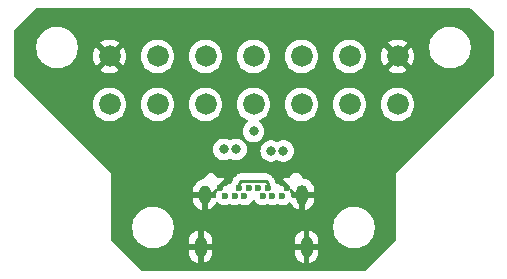
<source format=gbr>
%TF.GenerationSoftware,KiCad,Pcbnew,8.0.1*%
%TF.CreationDate,2024-03-22T11:25:03-04:00*%
%TF.ProjectId,commapogo_male,636f6d6d-6170-46f6-976f-5f6d616c652e,rev?*%
%TF.SameCoordinates,Original*%
%TF.FileFunction,Copper,L4,Bot*%
%TF.FilePolarity,Positive*%
%FSLAX46Y46*%
G04 Gerber Fmt 4.6, Leading zero omitted, Abs format (unit mm)*
G04 Created by KiCad (PCBNEW 8.0.1) date 2024-03-22 11:25:03*
%MOMM*%
%LPD*%
G01*
G04 APERTURE LIST*
%TA.AperFunction,ComponentPad*%
%ADD10O,1.000000X1.600000*%
%TD*%
%TA.AperFunction,ComponentPad*%
%ADD11O,1.000000X1.800000*%
%TD*%
%TA.AperFunction,ComponentPad*%
%ADD12O,1.000000X1.700000*%
%TD*%
%TA.AperFunction,ComponentPad*%
%ADD13C,0.600000*%
%TD*%
%TA.AperFunction,ComponentPad*%
%ADD14C,1.828800*%
%TD*%
%TA.AperFunction,ViaPad*%
%ADD15C,0.800000*%
%TD*%
%TA.AperFunction,Conductor*%
%ADD16C,0.250000*%
%TD*%
G04 APERTURE END LIST*
D10*
%TO.P,J2,1*%
%TO.N,GND*%
X-4125000Y-5620000D03*
D11*
%TO.P,J2,2*%
X-4485000Y-10010000D03*
%TO.P,J2,3*%
X4485000Y-10010000D03*
D12*
%TO.P,J2,4*%
X4125000Y-5620000D03*
D13*
%TO.P,J2,B1,B1*%
X2800000Y-5020000D03*
%TO.P,J2,B2,Pin_2b*%
%TO.N,/CAN2_P*%
X2400000Y-5720000D03*
%TO.P,J2,B3,Pin_3b*%
%TO.N,/CAN2_N*%
X1600000Y-5720000D03*
%TO.P,J2,B4,Pin_4b*%
%TO.N,+12V*%
X1200000Y-5020000D03*
%TO.P,J2,B5,Pin_5b*%
%TO.N,unconnected-(J2-Pin_5b-PadB5)*%
X800000Y-5720000D03*
%TO.P,J2,B6,Pin_6b*%
%TO.N,unconnected-(J2-Pin_6b-PadB6)*%
X400000Y-5020000D03*
%TO.P,J2,B7,Pin_7b*%
%TO.N,unconnected-(J2-Pin_7b-PadB7)*%
X-400000Y-5020000D03*
%TO.P,J2,B8,Pin_8b*%
%TO.N,/SBU2*%
X-800000Y-5720000D03*
%TO.P,J2,B9,Pin_9b*%
%TO.N,+12V*%
X-1200000Y-5020000D03*
%TO.P,J2,B10,Pin_10b*%
%TO.N,/CAN3_N*%
X-1600000Y-5720000D03*
%TO.P,J2,B11,Pin_11b*%
%TO.N,/CAN3_P*%
X-2400000Y-5720000D03*
%TO.P,J2,B12,Pin_12b*%
%TO.N,GND*%
X-2800000Y-5020000D03*
%TD*%
D14*
%TO.P,J1,1,Pin_1a*%
%TO.N,GND*%
X-12192000Y6096000D03*
%TO.P,J1,2,Pin_2a*%
%TO.N,/CAN0_P*%
X-8128000Y6096000D03*
%TO.P,J1,3,Pin_3a*%
%TO.N,/CAN0_N*%
X-4064000Y6096000D03*
%TO.P,J1,4,Pin_4a*%
%TO.N,/SBU1*%
X0Y6096000D03*
%TO.P,J1,5,Pin_5a*%
%TO.N,/CAN1_N*%
X4064000Y6096000D03*
%TO.P,J1,6,Pin_6a*%
%TO.N,/CAN1_P*%
X8128000Y6096000D03*
%TO.P,J1,7,Pin_7a*%
%TO.N,GND*%
X12192000Y6096000D03*
%TO.P,J1,8,Pin_1b*%
%TO.N,+12V*%
X-12192000Y2032000D03*
%TO.P,J1,9,Pin_2b*%
%TO.N,/CAN3_P*%
X-8128000Y2032000D03*
%TO.P,J1,10,Pin_3b*%
%TO.N,/CAN3_N*%
X-4064000Y2032000D03*
%TO.P,J1,11,Pin_4b*%
%TO.N,/SBU2*%
X0Y2032000D03*
%TO.P,J1,12,Pin_5b*%
%TO.N,/CAN2_N*%
X4064000Y2032000D03*
%TO.P,J1,13,Pin_6b*%
%TO.N,/CAN2_P*%
X8128000Y2032000D03*
%TO.P,J1,14,Pin_7b*%
%TO.N,+12V*%
X12192000Y2032000D03*
%TD*%
D15*
%TO.N,/CAN1_P*%
X2525000Y-1905000D03*
%TO.N,/SBU1*%
X0Y-254000D03*
%TO.N,/CAN1_N*%
X1475000Y-1905000D03*
%TO.N,/CAN0_P*%
X-2525000Y-1778000D03*
%TO.N,/CAN0_N*%
X-1475000Y-1778000D03*
%TD*%
D16*
%TO.N,+12V*%
X-1200000Y-4595736D02*
X-1034264Y-4430000D01*
X-1200000Y-5020000D02*
X-1200000Y-4595736D01*
X1200000Y-4595736D02*
X1200000Y-5020000D01*
X-1034264Y-4430000D02*
X1034264Y-4430000D01*
X1034264Y-4430000D02*
X1200000Y-4595736D01*
%TD*%
%TA.AperFunction,Conductor*%
%TO.N,GND*%
G36*
X-3133494Y-5102452D02*
G01*
X-3077560Y-5144323D01*
X-3053143Y-5209788D01*
X-3067995Y-5278061D01*
X-3071833Y-5284605D01*
X-3125788Y-5370474D01*
X-3185369Y-5540745D01*
X-3185370Y-5540750D01*
X-3205565Y-5719996D01*
X-3205565Y-5720001D01*
X-3204200Y-5732115D01*
X-3216254Y-5800937D01*
X-3263603Y-5852317D01*
X-3327420Y-5870000D01*
X-3875000Y-5870000D01*
X-3875000Y-5370000D01*
X-3503554Y-5370000D01*
X-3503554Y-5369999D01*
X-3264508Y-5130953D01*
X-3203185Y-5097468D01*
X-3133494Y-5102452D01*
G37*
%TD.AperFunction*%
%TA.AperFunction,Conductor*%
G36*
X3258980Y-5125754D02*
G01*
X3264507Y-5130953D01*
X3503554Y-5370000D01*
X3875000Y-5370000D01*
X3875000Y-5870000D01*
X3327420Y-5870000D01*
X3260381Y-5850315D01*
X3214626Y-5797511D01*
X3204200Y-5732115D01*
X3205565Y-5720001D01*
X3205565Y-5719996D01*
X3185369Y-5540750D01*
X3185368Y-5540745D01*
X3125788Y-5370476D01*
X3071832Y-5284606D01*
X3052832Y-5217370D01*
X3073200Y-5150534D01*
X3126467Y-5105320D01*
X3195724Y-5096082D01*
X3258980Y-5125754D01*
G37*
%TD.AperFunction*%
%TA.AperFunction,Conductor*%
G36*
X18430677Y10140315D02*
G01*
X18451319Y10123681D01*
X20283681Y8291319D01*
X20317166Y8229996D01*
X20320000Y8203638D01*
X20320000Y4496362D01*
X20300315Y4429323D01*
X20283681Y4408681D01*
X12065000Y-3809999D01*
X12065000Y-9473638D01*
X12045315Y-9540677D01*
X12028681Y-9561319D01*
X9561319Y-12028681D01*
X9499996Y-12062166D01*
X9473638Y-12065000D01*
X0Y-12065000D01*
X-9473638Y-12065000D01*
X-9540677Y-12045315D01*
X-9561319Y-12028681D01*
X-11081505Y-10508495D01*
X-5485000Y-10508495D01*
X-5446573Y-10701681D01*
X-5446570Y-10701693D01*
X-5371193Y-10883671D01*
X-5371186Y-10883684D01*
X-5261752Y-11047462D01*
X-5261749Y-11047466D01*
X-5122467Y-11186748D01*
X-5122463Y-11186751D01*
X-4958685Y-11296185D01*
X-4958672Y-11296192D01*
X-4776692Y-11371569D01*
X-4735000Y-11379862D01*
X-4735000Y-10359728D01*
X-4696940Y-10451614D01*
X-4626614Y-10521940D01*
X-4534728Y-10560000D01*
X-4435272Y-10560000D01*
X-4343386Y-10521940D01*
X-4273060Y-10451614D01*
X-4235000Y-10359728D01*
X-4235000Y-11379862D01*
X-4193310Y-11371569D01*
X-4193308Y-11371569D01*
X-4011329Y-11296192D01*
X-4011316Y-11296185D01*
X-3847538Y-11186751D01*
X-3847534Y-11186748D01*
X-3708252Y-11047466D01*
X-3708249Y-11047462D01*
X-3598815Y-10883684D01*
X-3598808Y-10883671D01*
X-3523431Y-10701693D01*
X-3523428Y-10701681D01*
X-3485001Y-10508495D01*
X3485000Y-10508495D01*
X3523427Y-10701681D01*
X3523430Y-10701693D01*
X3598807Y-10883671D01*
X3598814Y-10883684D01*
X3708248Y-11047462D01*
X3708251Y-11047466D01*
X3847533Y-11186748D01*
X3847537Y-11186751D01*
X4011315Y-11296185D01*
X4011328Y-11296192D01*
X4193308Y-11371569D01*
X4235000Y-11379862D01*
X4235000Y-10359728D01*
X4273060Y-10451614D01*
X4343386Y-10521940D01*
X4435272Y-10560000D01*
X4534728Y-10560000D01*
X4626614Y-10521940D01*
X4696940Y-10451614D01*
X4735000Y-10359728D01*
X4735000Y-11379862D01*
X4776690Y-11371569D01*
X4776692Y-11371569D01*
X4958671Y-11296192D01*
X4958684Y-11296185D01*
X5122462Y-11186751D01*
X5122466Y-11186748D01*
X5261748Y-11047466D01*
X5261751Y-11047462D01*
X5371185Y-10883684D01*
X5371192Y-10883671D01*
X5446569Y-10701693D01*
X5446572Y-10701681D01*
X5484999Y-10508495D01*
X5485000Y-10508492D01*
X5485000Y-10260000D01*
X4735000Y-10260000D01*
X4735000Y-9760000D01*
X5485000Y-9760000D01*
X5485000Y-9511508D01*
X5484999Y-9511504D01*
X5446572Y-9318318D01*
X5446569Y-9318306D01*
X5371192Y-9136328D01*
X5371185Y-9136315D01*
X5261751Y-8972537D01*
X5261748Y-8972533D01*
X5122466Y-8833251D01*
X5122462Y-8833248D01*
X4958684Y-8723814D01*
X4958671Y-8723807D01*
X4776691Y-8648429D01*
X4776683Y-8648427D01*
X4735000Y-8640135D01*
X4735000Y-9660272D01*
X4696940Y-9568386D01*
X4626614Y-9498060D01*
X4534728Y-9460000D01*
X4435272Y-9460000D01*
X4343386Y-9498060D01*
X4273060Y-9568386D01*
X4235000Y-9660272D01*
X4235000Y-8640136D01*
X4234999Y-8640135D01*
X4193316Y-8648427D01*
X4193308Y-8648429D01*
X4011328Y-8723807D01*
X4011315Y-8723814D01*
X3847537Y-8833248D01*
X3847533Y-8833251D01*
X3708251Y-8972533D01*
X3708248Y-8972537D01*
X3598814Y-9136315D01*
X3598807Y-9136328D01*
X3523430Y-9318306D01*
X3523427Y-9318318D01*
X3485000Y-9511504D01*
X3485000Y-9760000D01*
X4235000Y-9760000D01*
X4235000Y-10260000D01*
X3485000Y-10260000D01*
X3485000Y-10508495D01*
X-3485001Y-10508495D01*
X-3485000Y-10508492D01*
X-3485000Y-10260000D01*
X-4235000Y-10260000D01*
X-4235000Y-9760000D01*
X-3485000Y-9760000D01*
X-3485000Y-9511508D01*
X-3485001Y-9511504D01*
X-3523428Y-9318318D01*
X-3523431Y-9318306D01*
X-3598808Y-9136328D01*
X-3598815Y-9136315D01*
X-3708249Y-8972537D01*
X-3708252Y-8972533D01*
X-3847534Y-8833251D01*
X-3847538Y-8833248D01*
X-4011316Y-8723814D01*
X-4011329Y-8723807D01*
X-4193309Y-8648429D01*
X-4193317Y-8648427D01*
X-4235000Y-8640135D01*
X-4235000Y-9660272D01*
X-4273060Y-9568386D01*
X-4343386Y-9498060D01*
X-4435272Y-9460000D01*
X-4534728Y-9460000D01*
X-4626614Y-9498060D01*
X-4696940Y-9568386D01*
X-4735000Y-9660272D01*
X-4735000Y-8640136D01*
X-4735001Y-8640135D01*
X-4776684Y-8648427D01*
X-4776692Y-8648429D01*
X-4958672Y-8723807D01*
X-4958685Y-8723814D01*
X-5122463Y-8833248D01*
X-5122467Y-8833251D01*
X-5261749Y-8972533D01*
X-5261752Y-8972537D01*
X-5371186Y-9136315D01*
X-5371193Y-9136328D01*
X-5446570Y-9318306D01*
X-5446573Y-9318318D01*
X-5485000Y-9511504D01*
X-5485000Y-9760000D01*
X-4735000Y-9760000D01*
X-4735000Y-10260000D01*
X-5485000Y-10260000D01*
X-5485000Y-10508495D01*
X-11081505Y-10508495D01*
X-12028681Y-9561319D01*
X-12062166Y-9499996D01*
X-12065000Y-9473638D01*
X-12065000Y-8496741D01*
X-10259500Y-8496741D01*
X-10239529Y-8648427D01*
X-10229548Y-8724238D01*
X-10229547Y-8724240D01*
X-10170158Y-8945887D01*
X-10082350Y-9157876D01*
X-10082343Y-9157890D01*
X-9967608Y-9356617D01*
X-9827919Y-9538661D01*
X-9827911Y-9538670D01*
X-9665670Y-9700911D01*
X-9665662Y-9700918D01*
X-9483618Y-9840607D01*
X-9483615Y-9840608D01*
X-9483612Y-9840611D01*
X-9284888Y-9955344D01*
X-9284883Y-9955346D01*
X-9284877Y-9955349D01*
X-9193520Y-9993190D01*
X-9072887Y-10043158D01*
X-8851238Y-10102548D01*
X-8623734Y-10132500D01*
X-8623727Y-10132500D01*
X-8394273Y-10132500D01*
X-8394266Y-10132500D01*
X-8166762Y-10102548D01*
X-7945113Y-10043158D01*
X-7733112Y-9955344D01*
X-7534388Y-9840611D01*
X-7352339Y-9700919D01*
X-7352335Y-9700914D01*
X-7352330Y-9700911D01*
X-7190089Y-9538670D01*
X-7190086Y-9538665D01*
X-7190081Y-9538661D01*
X-7050389Y-9356612D01*
X-6935656Y-9157888D01*
X-6847842Y-8945887D01*
X-6788452Y-8724238D01*
X-6758501Y-8496741D01*
X6758500Y-8496741D01*
X6778471Y-8648427D01*
X6788452Y-8724238D01*
X6788453Y-8724240D01*
X6847842Y-8945887D01*
X6935650Y-9157876D01*
X6935657Y-9157890D01*
X7050392Y-9356617D01*
X7190081Y-9538661D01*
X7190089Y-9538670D01*
X7352330Y-9700911D01*
X7352338Y-9700918D01*
X7534382Y-9840607D01*
X7534385Y-9840608D01*
X7534388Y-9840611D01*
X7733112Y-9955344D01*
X7733117Y-9955346D01*
X7733123Y-9955349D01*
X7824480Y-9993190D01*
X7945113Y-10043158D01*
X8166762Y-10102548D01*
X8394266Y-10132500D01*
X8394273Y-10132500D01*
X8623727Y-10132500D01*
X8623734Y-10132500D01*
X8851238Y-10102548D01*
X9072887Y-10043158D01*
X9284888Y-9955344D01*
X9483612Y-9840611D01*
X9665661Y-9700919D01*
X9665665Y-9700914D01*
X9665670Y-9700911D01*
X9827911Y-9538670D01*
X9827914Y-9538665D01*
X9827919Y-9538661D01*
X9967611Y-9356612D01*
X10082344Y-9157888D01*
X10170158Y-8945887D01*
X10229548Y-8724238D01*
X10259500Y-8496734D01*
X10259500Y-8267266D01*
X10229548Y-8039762D01*
X10170158Y-7818113D01*
X10082344Y-7606112D01*
X9967611Y-7407388D01*
X9967608Y-7407385D01*
X9967607Y-7407382D01*
X9827918Y-7225338D01*
X9827911Y-7225330D01*
X9665670Y-7063089D01*
X9665661Y-7063081D01*
X9483617Y-6923392D01*
X9284890Y-6808657D01*
X9284876Y-6808650D01*
X9072887Y-6720842D01*
X8851238Y-6661452D01*
X8813215Y-6656446D01*
X8623741Y-6631500D01*
X8623734Y-6631500D01*
X8394266Y-6631500D01*
X8394258Y-6631500D01*
X8177715Y-6660009D01*
X8166762Y-6661452D01*
X8073076Y-6686554D01*
X7945112Y-6720842D01*
X7733123Y-6808650D01*
X7733109Y-6808657D01*
X7534382Y-6923392D01*
X7352338Y-7063081D01*
X7190081Y-7225338D01*
X7050392Y-7407382D01*
X6935657Y-7606109D01*
X6935650Y-7606123D01*
X6847842Y-7818112D01*
X6788453Y-8039759D01*
X6788451Y-8039770D01*
X6758500Y-8267258D01*
X6758500Y-8496741D01*
X-6758501Y-8496741D01*
X-6758500Y-8496734D01*
X-6758500Y-8267266D01*
X-6788452Y-8039762D01*
X-6847842Y-7818113D01*
X-6935656Y-7606112D01*
X-7050389Y-7407388D01*
X-7050392Y-7407385D01*
X-7050393Y-7407382D01*
X-7190082Y-7225338D01*
X-7190089Y-7225330D01*
X-7352330Y-7063089D01*
X-7352339Y-7063081D01*
X-7534383Y-6923392D01*
X-7733110Y-6808657D01*
X-7733124Y-6808650D01*
X-7945113Y-6720842D01*
X-8166762Y-6661452D01*
X-8204785Y-6656446D01*
X-8394259Y-6631500D01*
X-8394266Y-6631500D01*
X-8623734Y-6631500D01*
X-8623742Y-6631500D01*
X-8840285Y-6660009D01*
X-8851238Y-6661452D01*
X-8944924Y-6686554D01*
X-9072888Y-6720842D01*
X-9284877Y-6808650D01*
X-9284891Y-6808657D01*
X-9483618Y-6923392D01*
X-9665662Y-7063081D01*
X-9827919Y-7225338D01*
X-9967608Y-7407382D01*
X-10082343Y-7606109D01*
X-10082350Y-7606123D01*
X-10170158Y-7818112D01*
X-10229547Y-8039759D01*
X-10229549Y-8039770D01*
X-10259500Y-8267258D01*
X-10259500Y-8496741D01*
X-12065000Y-8496741D01*
X-12065000Y-6018495D01*
X-5125000Y-6018495D01*
X-5086573Y-6211681D01*
X-5086570Y-6211693D01*
X-5011193Y-6393671D01*
X-5011186Y-6393684D01*
X-4901752Y-6557462D01*
X-4901749Y-6557466D01*
X-4762467Y-6696748D01*
X-4762463Y-6696751D01*
X-4598685Y-6806185D01*
X-4598672Y-6806192D01*
X-4416692Y-6881569D01*
X-4375000Y-6889862D01*
X-4375000Y-5969728D01*
X-4336940Y-6061614D01*
X-4266614Y-6131940D01*
X-4174728Y-6170000D01*
X-4075272Y-6170000D01*
X-3983386Y-6131940D01*
X-3913060Y-6061614D01*
X-3875000Y-5969728D01*
X-3875000Y-6889862D01*
X-3833310Y-6881569D01*
X-3833308Y-6881569D01*
X-3651329Y-6806192D01*
X-3651316Y-6806185D01*
X-3487538Y-6696751D01*
X-3487534Y-6696748D01*
X-3348252Y-6557466D01*
X-3348249Y-6557462D01*
X-3238815Y-6393684D01*
X-3238811Y-6393677D01*
X-3198411Y-6296140D01*
X-3154570Y-6241736D01*
X-3088276Y-6219670D01*
X-3020577Y-6236948D01*
X-2996168Y-6255910D01*
X-2902262Y-6349816D01*
X-2811920Y-6406582D01*
X-2751746Y-6444392D01*
X-2749522Y-6445789D01*
X-2579261Y-6505366D01*
X-2579255Y-6505368D01*
X-2579250Y-6505369D01*
X-2400004Y-6525565D01*
X-2400000Y-6525565D01*
X-2399996Y-6525565D01*
X-2220751Y-6505369D01*
X-2220749Y-6505368D01*
X-2220745Y-6505368D01*
X-2220742Y-6505366D01*
X-2220738Y-6505366D01*
X-2043905Y-6443489D01*
X-2043154Y-6445637D01*
X-1984872Y-6436035D01*
X-1956412Y-6444392D01*
X-1956095Y-6443489D01*
X-1779263Y-6505366D01*
X-1779257Y-6505367D01*
X-1779255Y-6505368D01*
X-1779254Y-6505368D01*
X-1779250Y-6505369D01*
X-1600004Y-6525565D01*
X-1600000Y-6525565D01*
X-1599996Y-6525565D01*
X-1420751Y-6505369D01*
X-1420749Y-6505368D01*
X-1420745Y-6505368D01*
X-1420742Y-6505366D01*
X-1420738Y-6505366D01*
X-1243905Y-6443489D01*
X-1243154Y-6445637D01*
X-1184872Y-6436035D01*
X-1156412Y-6444392D01*
X-1156095Y-6443489D01*
X-979263Y-6505366D01*
X-979257Y-6505367D01*
X-979255Y-6505368D01*
X-979254Y-6505368D01*
X-979250Y-6505369D01*
X-800004Y-6525565D01*
X-800000Y-6525565D01*
X-799996Y-6525565D01*
X-620751Y-6505369D01*
X-620748Y-6505368D01*
X-620745Y-6505368D01*
X-450478Y-6445789D01*
X-297738Y-6349816D01*
X-170184Y-6222262D01*
X-104993Y-6118510D01*
X-52659Y-6072221D01*
X16394Y-6061573D01*
X80243Y-6089948D01*
X104992Y-6118509D01*
X170184Y-6222262D01*
X297738Y-6349816D01*
X388080Y-6406582D01*
X448254Y-6444392D01*
X450478Y-6445789D01*
X620739Y-6505366D01*
X620745Y-6505368D01*
X620750Y-6505369D01*
X799996Y-6525565D01*
X800000Y-6525565D01*
X800004Y-6525565D01*
X979249Y-6505369D01*
X979251Y-6505368D01*
X979255Y-6505368D01*
X979258Y-6505366D01*
X979262Y-6505366D01*
X1156095Y-6443489D01*
X1156846Y-6445637D01*
X1215128Y-6436035D01*
X1243588Y-6444392D01*
X1243905Y-6443489D01*
X1420737Y-6505366D01*
X1420743Y-6505367D01*
X1420745Y-6505368D01*
X1420746Y-6505368D01*
X1420750Y-6505369D01*
X1599996Y-6525565D01*
X1600000Y-6525565D01*
X1600004Y-6525565D01*
X1779249Y-6505369D01*
X1779251Y-6505368D01*
X1779255Y-6505368D01*
X1779258Y-6505366D01*
X1779262Y-6505366D01*
X1956095Y-6443489D01*
X1956846Y-6445637D01*
X2015128Y-6436035D01*
X2043588Y-6444392D01*
X2043905Y-6443489D01*
X2220737Y-6505366D01*
X2220743Y-6505367D01*
X2220745Y-6505368D01*
X2220746Y-6505368D01*
X2220750Y-6505369D01*
X2399996Y-6525565D01*
X2400000Y-6525565D01*
X2400004Y-6525565D01*
X2579249Y-6505369D01*
X2579252Y-6505368D01*
X2579255Y-6505368D01*
X2749522Y-6445789D01*
X2902262Y-6349816D01*
X2981525Y-6270552D01*
X3042844Y-6237070D01*
X3112536Y-6242054D01*
X3168470Y-6283925D01*
X3183764Y-6310783D01*
X3238809Y-6443675D01*
X3238814Y-6443684D01*
X3348248Y-6607462D01*
X3348251Y-6607466D01*
X3487533Y-6746748D01*
X3487537Y-6746751D01*
X3651315Y-6856185D01*
X3651328Y-6856192D01*
X3833308Y-6931569D01*
X3875000Y-6939862D01*
X3875000Y-5969728D01*
X3913060Y-6061614D01*
X3983386Y-6131940D01*
X4075272Y-6170000D01*
X4174728Y-6170000D01*
X4266614Y-6131940D01*
X4336940Y-6061614D01*
X4375000Y-5969728D01*
X4375000Y-6939862D01*
X4416690Y-6931569D01*
X4416692Y-6931569D01*
X4598671Y-6856192D01*
X4598684Y-6856185D01*
X4762462Y-6746751D01*
X4762466Y-6746748D01*
X4901748Y-6607466D01*
X4901751Y-6607462D01*
X5011185Y-6443684D01*
X5011192Y-6443671D01*
X5086569Y-6261693D01*
X5086572Y-6261681D01*
X5124999Y-6068495D01*
X5125000Y-6068492D01*
X5125000Y-5870000D01*
X4375000Y-5870000D01*
X4375000Y-5370000D01*
X5125000Y-5370000D01*
X5125000Y-5171508D01*
X5124999Y-5171504D01*
X5086572Y-4978318D01*
X5086569Y-4978306D01*
X5011192Y-4796328D01*
X5011185Y-4796315D01*
X4901751Y-4632537D01*
X4901748Y-4632533D01*
X4762466Y-4493251D01*
X4762462Y-4493248D01*
X4598684Y-4383814D01*
X4598671Y-4383807D01*
X4416693Y-4308430D01*
X4416681Y-4308427D01*
X4242324Y-4273745D01*
X4180413Y-4241360D01*
X4146740Y-4184221D01*
X4138672Y-4154111D01*
X4126281Y-4107865D01*
X4125638Y-4106752D01*
X4084563Y-4035608D01*
X4050515Y-3976635D01*
X3943365Y-3869485D01*
X3851624Y-3816518D01*
X3812136Y-3793719D01*
X3738950Y-3774109D01*
X3665766Y-3754500D01*
X3514234Y-3754500D01*
X3367863Y-3793719D01*
X3236635Y-3869485D01*
X3236632Y-3869487D01*
X3129487Y-3976632D01*
X3129485Y-3976635D01*
X3053718Y-4107865D01*
X3053718Y-4107866D01*
X3046052Y-4136476D01*
X3009687Y-4196136D01*
X2946839Y-4226664D01*
X2912395Y-4227601D01*
X2800004Y-4214938D01*
X2799997Y-4214938D01*
X2620861Y-4235121D01*
X2620858Y-4235122D01*
X2450701Y-4294662D01*
X2450691Y-4294667D01*
X2436891Y-4303337D01*
X2436891Y-4303338D01*
X2800000Y-4666447D01*
X2989045Y-4855491D01*
X3022530Y-4916814D01*
X3017546Y-4986505D01*
X3000000Y-5009944D01*
X3000000Y-4980218D01*
X2969552Y-4906709D01*
X2913291Y-4850448D01*
X2839782Y-4820000D01*
X2760218Y-4820000D01*
X2686709Y-4850448D01*
X2630448Y-4906709D01*
X2613865Y-4946742D01*
X2579254Y-4934631D01*
X2579249Y-4934630D01*
X2400004Y-4914435D01*
X2393037Y-4914435D01*
X2393037Y-4911442D01*
X2337316Y-4901646D01*
X2304642Y-4878196D01*
X2083338Y-4656891D01*
X2063229Y-4659157D01*
X2052951Y-4668248D01*
X1983897Y-4678895D01*
X1920049Y-4650518D01*
X1895302Y-4621958D01*
X1830891Y-4519450D01*
X1814270Y-4477674D01*
X1801463Y-4413284D01*
X1782869Y-4368394D01*
X1758032Y-4308430D01*
X1754315Y-4299456D01*
X1754313Y-4299453D01*
X1754312Y-4299450D01*
X1711001Y-4234632D01*
X1685858Y-4197003D01*
X1685857Y-4197002D01*
X1685856Y-4197000D01*
X1595637Y-4106781D01*
X1595606Y-4106752D01*
X1524462Y-4035608D01*
X1524442Y-4035586D01*
X1432999Y-3944143D01*
X1406888Y-3926697D01*
X1381129Y-3909485D01*
X1330550Y-3875688D01*
X1330551Y-3875688D01*
X1330549Y-3875687D01*
X1279888Y-3854703D01*
X1229226Y-3833719D01*
X1226386Y-3832542D01*
X1216719Y-3828538D01*
X1216717Y-3828537D01*
X1216716Y-3828537D01*
X1156293Y-3816518D01*
X1095874Y-3804500D01*
X1095871Y-3804500D01*
X1095870Y-3804500D01*
X-972657Y-3804500D01*
X-1095871Y-3804500D01*
X-1095875Y-3804500D01*
X-1156293Y-3816518D01*
X-1216716Y-3828537D01*
X-1216717Y-3828537D01*
X-1216720Y-3828538D01*
X-1216721Y-3828538D01*
X-1228443Y-3833394D01*
X-1229226Y-3833719D01*
X-1266656Y-3849222D01*
X-1330550Y-3875687D01*
X-1368396Y-3900976D01*
X-1381129Y-3909485D01*
X-1432997Y-3944142D01*
X-1520122Y-4031267D01*
X-1520125Y-4031270D01*
X-1598730Y-4109875D01*
X-1598733Y-4109878D01*
X-1625331Y-4136476D01*
X-1685858Y-4197002D01*
X-1697842Y-4214938D01*
X-1711001Y-4234632D01*
X-1737136Y-4273745D01*
X-1754316Y-4299456D01*
X-1782869Y-4368393D01*
X-1801462Y-4413279D01*
X-1801465Y-4413291D01*
X-1814271Y-4477672D01*
X-1830895Y-4519454D01*
X-1895304Y-4621959D01*
X-1947638Y-4668249D01*
X-2016692Y-4678897D01*
X-2060388Y-4659477D01*
X-2083340Y-4656892D01*
X-2304644Y-4878196D01*
X-2365967Y-4911681D01*
X-2393037Y-4913067D01*
X-2393037Y-4914435D01*
X-2400004Y-4914435D01*
X-2579250Y-4934630D01*
X-2579255Y-4934631D01*
X-2613867Y-4946742D01*
X-2630448Y-4906709D01*
X-2686709Y-4850448D01*
X-2760218Y-4820000D01*
X-2839782Y-4820000D01*
X-2913291Y-4850448D01*
X-2969552Y-4906709D01*
X-3000000Y-4980218D01*
X-3000000Y-5010823D01*
X-3014679Y-4993529D01*
X-3023916Y-4924273D01*
X-2994244Y-4861017D01*
X-2989046Y-4855490D01*
X-2800000Y-4666446D01*
X-2436894Y-4303338D01*
X-2450696Y-4294665D01*
X-2620862Y-4235121D01*
X-2799997Y-4214938D01*
X-2800004Y-4214938D01*
X-2932685Y-4229887D01*
X-3001507Y-4217832D01*
X-3052886Y-4170483D01*
X-3061133Y-4154111D01*
X-3063717Y-4147874D01*
X-3063719Y-4147865D01*
X-3139485Y-4016635D01*
X-3246635Y-3909485D01*
X-3315917Y-3869485D01*
X-3377864Y-3833719D01*
X-3466390Y-3809999D01*
X-3524234Y-3794500D01*
X-3675766Y-3794500D01*
X-3822137Y-3833719D01*
X-3953365Y-3909485D01*
X-3953368Y-3909487D01*
X-4060513Y-4016632D01*
X-4060515Y-4016635D01*
X-4113187Y-4107866D01*
X-4136281Y-4147865D01*
X-4149447Y-4197002D01*
X-4160134Y-4236886D01*
X-4196500Y-4296546D01*
X-4255718Y-4326409D01*
X-4416682Y-4358427D01*
X-4416694Y-4358430D01*
X-4598672Y-4433807D01*
X-4598685Y-4433814D01*
X-4762463Y-4543248D01*
X-4762467Y-4543251D01*
X-4901749Y-4682533D01*
X-4901752Y-4682537D01*
X-5011186Y-4846315D01*
X-5011193Y-4846328D01*
X-5086570Y-5028306D01*
X-5086573Y-5028318D01*
X-5125000Y-5221504D01*
X-5125000Y-5370000D01*
X-4375000Y-5370000D01*
X-4375000Y-5870000D01*
X-5125000Y-5870000D01*
X-5125000Y-6018495D01*
X-12065000Y-6018495D01*
X-12065000Y-3810000D01*
X-14097000Y-1778000D01*
X-3430460Y-1778000D01*
X-3410674Y-1966256D01*
X-3410673Y-1966259D01*
X-3352182Y-2146277D01*
X-3352179Y-2146284D01*
X-3257533Y-2310216D01*
X-3143183Y-2437214D01*
X-3130871Y-2450888D01*
X-2977735Y-2562148D01*
X-2977730Y-2562151D01*
X-2804808Y-2639142D01*
X-2804803Y-2639144D01*
X-2619646Y-2678500D01*
X-2619645Y-2678500D01*
X-2430356Y-2678500D01*
X-2430354Y-2678500D01*
X-2245197Y-2639144D01*
X-2072270Y-2562151D01*
X-2072262Y-2562144D01*
X-2066643Y-2558902D01*
X-2065940Y-2560120D01*
X-2007081Y-2539118D01*
X-1939027Y-2554942D01*
X-1928520Y-2561695D01*
X-1927735Y-2562147D01*
X-1927730Y-2562151D01*
X-1824414Y-2608151D01*
X-1754808Y-2639142D01*
X-1754803Y-2639144D01*
X-1569646Y-2678500D01*
X-1569645Y-2678500D01*
X-1380356Y-2678500D01*
X-1380354Y-2678500D01*
X-1195197Y-2639144D01*
X-1022270Y-2562151D01*
X-869129Y-2450888D01*
X-742467Y-2310216D01*
X-647821Y-2146284D01*
X-589326Y-1966256D01*
X-582888Y-1905000D01*
X569540Y-1905000D01*
X589326Y-2093256D01*
X589327Y-2093259D01*
X647818Y-2273277D01*
X647821Y-2273284D01*
X742467Y-2437216D01*
X807681Y-2509643D01*
X869129Y-2577888D01*
X1022265Y-2689148D01*
X1022270Y-2689151D01*
X1195192Y-2766142D01*
X1195197Y-2766144D01*
X1380354Y-2805500D01*
X1380355Y-2805500D01*
X1569644Y-2805500D01*
X1569646Y-2805500D01*
X1754803Y-2766144D01*
X1927730Y-2689151D01*
X1927738Y-2689144D01*
X1933357Y-2685902D01*
X1934060Y-2687120D01*
X1992919Y-2666118D01*
X2060973Y-2681942D01*
X2071480Y-2688695D01*
X2072265Y-2689147D01*
X2072270Y-2689151D01*
X2175586Y-2735151D01*
X2245192Y-2766142D01*
X2245197Y-2766144D01*
X2430354Y-2805500D01*
X2430355Y-2805500D01*
X2619644Y-2805500D01*
X2619646Y-2805500D01*
X2804803Y-2766144D01*
X2977730Y-2689151D01*
X3130871Y-2577888D01*
X3257533Y-2437216D01*
X3352179Y-2273284D01*
X3410674Y-2093256D01*
X3430460Y-1905000D01*
X3410674Y-1716744D01*
X3352179Y-1536716D01*
X3257533Y-1372784D01*
X3130871Y-1232112D01*
X3130870Y-1232111D01*
X2977734Y-1120851D01*
X2977729Y-1120848D01*
X2804807Y-1043857D01*
X2804802Y-1043855D01*
X2659001Y-1012865D01*
X2619646Y-1004500D01*
X2430354Y-1004500D01*
X2397897Y-1011398D01*
X2245197Y-1043855D01*
X2245192Y-1043857D01*
X2072270Y-1120848D01*
X2066637Y-1124101D01*
X2065934Y-1122883D01*
X2007068Y-1143881D01*
X1939016Y-1128050D01*
X1928526Y-1121308D01*
X1927729Y-1120848D01*
X1754807Y-1043857D01*
X1754802Y-1043855D01*
X1609001Y-1012865D01*
X1569646Y-1004500D01*
X1380354Y-1004500D01*
X1347897Y-1011398D01*
X1195197Y-1043855D01*
X1195192Y-1043857D01*
X1022270Y-1120848D01*
X1022265Y-1120851D01*
X869129Y-1232111D01*
X742466Y-1372785D01*
X647821Y-1536715D01*
X647818Y-1536722D01*
X589327Y-1716740D01*
X589326Y-1716744D01*
X569540Y-1905000D01*
X-582888Y-1905000D01*
X-569540Y-1778000D01*
X-589326Y-1589744D01*
X-647821Y-1409716D01*
X-742467Y-1245784D01*
X-869129Y-1105112D01*
X-869130Y-1105111D01*
X-1022266Y-993851D01*
X-1022271Y-993848D01*
X-1195193Y-916857D01*
X-1195198Y-916855D01*
X-1340999Y-885865D01*
X-1380354Y-877500D01*
X-1569646Y-877500D01*
X-1602103Y-884398D01*
X-1754803Y-916855D01*
X-1754808Y-916857D01*
X-1927730Y-993848D01*
X-1933363Y-997101D01*
X-1934066Y-995883D01*
X-1992932Y-1016881D01*
X-2060984Y-1001050D01*
X-2071474Y-994308D01*
X-2072271Y-993848D01*
X-2245193Y-916857D01*
X-2245198Y-916855D01*
X-2390999Y-885865D01*
X-2430354Y-877500D01*
X-2619646Y-877500D01*
X-2652103Y-884398D01*
X-2804803Y-916855D01*
X-2804808Y-916857D01*
X-2977730Y-993848D01*
X-2977735Y-993851D01*
X-3130871Y-1105111D01*
X-3257534Y-1245785D01*
X-3352179Y-1409715D01*
X-3352182Y-1409722D01*
X-3410673Y-1589740D01*
X-3410674Y-1589744D01*
X-3430460Y-1778000D01*
X-14097000Y-1778000D01*
X-17906995Y2031995D01*
X-13611749Y2031995D01*
X-13592386Y1798321D01*
X-13534824Y1571010D01*
X-13440632Y1356273D01*
X-13312383Y1159975D01*
X-13312381Y1159972D01*
X-13153570Y987457D01*
X-13153567Y987455D01*
X-13153564Y987452D01*
X-12968538Y843440D01*
X-12968532Y843436D01*
X-12968529Y843434D01*
X-12762307Y731832D01*
X-12540528Y655695D01*
X-12309242Y617100D01*
X-12309241Y617100D01*
X-12074759Y617100D01*
X-12074758Y617100D01*
X-11843472Y655695D01*
X-11621693Y731832D01*
X-11415471Y843434D01*
X-11230430Y987457D01*
X-11071619Y1159972D01*
X-10943368Y1356274D01*
X-10849177Y1571008D01*
X-10791615Y1798317D01*
X-10772251Y2031995D01*
X-9547749Y2031995D01*
X-9528386Y1798321D01*
X-9470824Y1571010D01*
X-9376632Y1356273D01*
X-9248383Y1159975D01*
X-9248381Y1159972D01*
X-9089570Y987457D01*
X-9089567Y987455D01*
X-9089564Y987452D01*
X-8904538Y843440D01*
X-8904532Y843436D01*
X-8904529Y843434D01*
X-8698307Y731832D01*
X-8476528Y655695D01*
X-8245242Y617100D01*
X-8245241Y617100D01*
X-8010759Y617100D01*
X-8010758Y617100D01*
X-7779472Y655695D01*
X-7557693Y731832D01*
X-7351471Y843434D01*
X-7166430Y987457D01*
X-7007619Y1159972D01*
X-6879368Y1356274D01*
X-6785177Y1571008D01*
X-6727615Y1798317D01*
X-6708251Y2031995D01*
X-5483749Y2031995D01*
X-5464386Y1798321D01*
X-5406824Y1571010D01*
X-5312632Y1356273D01*
X-5184383Y1159975D01*
X-5184381Y1159972D01*
X-5025570Y987457D01*
X-5025567Y987455D01*
X-5025564Y987452D01*
X-4840538Y843440D01*
X-4840532Y843436D01*
X-4840529Y843434D01*
X-4634307Y731832D01*
X-4412528Y655695D01*
X-4181242Y617100D01*
X-4181241Y617100D01*
X-3946759Y617100D01*
X-3946758Y617100D01*
X-3715472Y655695D01*
X-3493693Y731832D01*
X-3287471Y843434D01*
X-3102430Y987457D01*
X-2943619Y1159972D01*
X-2815368Y1356274D01*
X-2721177Y1571008D01*
X-2663615Y1798317D01*
X-2644251Y2031995D01*
X-1419749Y2031995D01*
X-1400386Y1798321D01*
X-1342824Y1571010D01*
X-1248632Y1356273D01*
X-1120383Y1159975D01*
X-1120381Y1159972D01*
X-961570Y987457D01*
X-961567Y987455D01*
X-961564Y987452D01*
X-776538Y843440D01*
X-776532Y843436D01*
X-776529Y843434D01*
X-570307Y731832D01*
X-527492Y717134D01*
X-470478Y676749D01*
X-444347Y611950D01*
X-457398Y543310D01*
X-494870Y499535D01*
X-605873Y418887D01*
X-732534Y278215D01*
X-827179Y114285D01*
X-827182Y114278D01*
X-885673Y-65740D01*
X-885674Y-65744D01*
X-905460Y-254000D01*
X-885674Y-442256D01*
X-885673Y-442259D01*
X-827182Y-622277D01*
X-827179Y-622284D01*
X-732533Y-786216D01*
X-650340Y-877500D01*
X-605871Y-926888D01*
X-452735Y-1038148D01*
X-452730Y-1038151D01*
X-279808Y-1115142D01*
X-279803Y-1115144D01*
X-94646Y-1154500D01*
X-94645Y-1154500D01*
X94644Y-1154500D01*
X94646Y-1154500D01*
X279803Y-1115144D01*
X452730Y-1038151D01*
X605871Y-926888D01*
X732533Y-786216D01*
X827179Y-622284D01*
X885674Y-442256D01*
X905460Y-254000D01*
X885674Y-65744D01*
X827179Y114284D01*
X732533Y278216D01*
X605871Y418888D01*
X605870Y418889D01*
X494870Y499535D01*
X452204Y554865D01*
X446225Y624478D01*
X478831Y686273D01*
X527491Y717134D01*
X570307Y731832D01*
X776529Y843434D01*
X961570Y987457D01*
X1120381Y1159972D01*
X1248632Y1356274D01*
X1342823Y1571008D01*
X1400385Y1798317D01*
X1419749Y2031995D01*
X2644251Y2031995D01*
X2663614Y1798321D01*
X2721176Y1571010D01*
X2815368Y1356273D01*
X2943617Y1159975D01*
X2943619Y1159972D01*
X3102430Y987457D01*
X3102433Y987455D01*
X3102436Y987452D01*
X3287462Y843440D01*
X3287468Y843436D01*
X3287471Y843434D01*
X3493693Y731832D01*
X3715472Y655695D01*
X3946758Y617100D01*
X3946759Y617100D01*
X4181241Y617100D01*
X4181242Y617100D01*
X4412528Y655695D01*
X4634307Y731832D01*
X4840529Y843434D01*
X5025570Y987457D01*
X5184381Y1159972D01*
X5312632Y1356274D01*
X5406823Y1571008D01*
X5464385Y1798317D01*
X5483749Y2031995D01*
X6708251Y2031995D01*
X6727614Y1798321D01*
X6785176Y1571010D01*
X6879368Y1356273D01*
X7007617Y1159975D01*
X7007619Y1159972D01*
X7166430Y987457D01*
X7166433Y987455D01*
X7166436Y987452D01*
X7351462Y843440D01*
X7351468Y843436D01*
X7351471Y843434D01*
X7557693Y731832D01*
X7779472Y655695D01*
X8010758Y617100D01*
X8010759Y617100D01*
X8245241Y617100D01*
X8245242Y617100D01*
X8476528Y655695D01*
X8698307Y731832D01*
X8904529Y843434D01*
X9089570Y987457D01*
X9248381Y1159972D01*
X9376632Y1356274D01*
X9470823Y1571008D01*
X9528385Y1798317D01*
X9547749Y2031995D01*
X10772251Y2031995D01*
X10791614Y1798321D01*
X10849176Y1571010D01*
X10943368Y1356273D01*
X11071617Y1159975D01*
X11071619Y1159972D01*
X11230430Y987457D01*
X11230433Y987455D01*
X11230436Y987452D01*
X11415462Y843440D01*
X11415468Y843436D01*
X11415471Y843434D01*
X11621693Y731832D01*
X11843472Y655695D01*
X12074758Y617100D01*
X12074759Y617100D01*
X12309241Y617100D01*
X12309242Y617100D01*
X12540528Y655695D01*
X12762307Y731832D01*
X12968529Y843434D01*
X13153570Y987457D01*
X13312381Y1159972D01*
X13440632Y1356274D01*
X13534823Y1571008D01*
X13592385Y1798317D01*
X13611749Y2032000D01*
X13592385Y2265683D01*
X13534823Y2492992D01*
X13440632Y2707726D01*
X13312381Y2904028D01*
X13153570Y3076543D01*
X13153565Y3076547D01*
X13153563Y3076549D01*
X12968537Y3220561D01*
X12968531Y3220565D01*
X12762308Y3332168D01*
X12762299Y3332171D01*
X12540530Y3408305D01*
X12386337Y3434035D01*
X12309242Y3446900D01*
X12074758Y3446900D01*
X12016936Y3437252D01*
X11843469Y3408305D01*
X11621700Y3332171D01*
X11621691Y3332168D01*
X11415468Y3220565D01*
X11415462Y3220561D01*
X11230436Y3076549D01*
X11230433Y3076546D01*
X11071620Y2904030D01*
X11071617Y2904026D01*
X10943368Y2707728D01*
X10849176Y2492991D01*
X10791614Y2265680D01*
X10772251Y2032006D01*
X10772251Y2031995D01*
X9547749Y2031995D01*
X9547749Y2032000D01*
X9528385Y2265683D01*
X9470823Y2492992D01*
X9376632Y2707726D01*
X9248381Y2904028D01*
X9089570Y3076543D01*
X9089565Y3076547D01*
X9089563Y3076549D01*
X8904537Y3220561D01*
X8904531Y3220565D01*
X8698308Y3332168D01*
X8698299Y3332171D01*
X8476530Y3408305D01*
X8322337Y3434035D01*
X8245242Y3446900D01*
X8010758Y3446900D01*
X7952936Y3437252D01*
X7779469Y3408305D01*
X7557700Y3332171D01*
X7557691Y3332168D01*
X7351468Y3220565D01*
X7351462Y3220561D01*
X7166436Y3076549D01*
X7166433Y3076546D01*
X7007620Y2904030D01*
X7007617Y2904026D01*
X6879368Y2707728D01*
X6785176Y2492991D01*
X6727614Y2265680D01*
X6708251Y2032006D01*
X6708251Y2031995D01*
X5483749Y2031995D01*
X5483749Y2032000D01*
X5464385Y2265683D01*
X5406823Y2492992D01*
X5312632Y2707726D01*
X5184381Y2904028D01*
X5025570Y3076543D01*
X5025565Y3076547D01*
X5025563Y3076549D01*
X4840537Y3220561D01*
X4840531Y3220565D01*
X4634308Y3332168D01*
X4634299Y3332171D01*
X4412530Y3408305D01*
X4258337Y3434035D01*
X4181242Y3446900D01*
X3946758Y3446900D01*
X3888936Y3437252D01*
X3715469Y3408305D01*
X3493700Y3332171D01*
X3493691Y3332168D01*
X3287468Y3220565D01*
X3287462Y3220561D01*
X3102436Y3076549D01*
X3102433Y3076546D01*
X2943620Y2904030D01*
X2943617Y2904026D01*
X2815368Y2707728D01*
X2721176Y2492991D01*
X2663614Y2265680D01*
X2644251Y2032006D01*
X2644251Y2031995D01*
X1419749Y2031995D01*
X1419749Y2032000D01*
X1400385Y2265683D01*
X1342823Y2492992D01*
X1248632Y2707726D01*
X1120381Y2904028D01*
X961570Y3076543D01*
X961565Y3076547D01*
X961563Y3076549D01*
X776537Y3220561D01*
X776531Y3220565D01*
X570308Y3332168D01*
X570299Y3332171D01*
X348530Y3408305D01*
X194337Y3434035D01*
X117242Y3446900D01*
X-117242Y3446900D01*
X-175064Y3437252D01*
X-348531Y3408305D01*
X-570300Y3332171D01*
X-570309Y3332168D01*
X-776532Y3220565D01*
X-776538Y3220561D01*
X-961564Y3076549D01*
X-961567Y3076546D01*
X-1120380Y2904030D01*
X-1120383Y2904026D01*
X-1248632Y2707728D01*
X-1342824Y2492991D01*
X-1400386Y2265680D01*
X-1419749Y2032006D01*
X-1419749Y2031995D01*
X-2644251Y2031995D01*
X-2644251Y2032000D01*
X-2663615Y2265683D01*
X-2721177Y2492992D01*
X-2815368Y2707726D01*
X-2943619Y2904028D01*
X-3102430Y3076543D01*
X-3102435Y3076547D01*
X-3102437Y3076549D01*
X-3287463Y3220561D01*
X-3287469Y3220565D01*
X-3493692Y3332168D01*
X-3493701Y3332171D01*
X-3715470Y3408305D01*
X-3869663Y3434035D01*
X-3946758Y3446900D01*
X-4181242Y3446900D01*
X-4239064Y3437252D01*
X-4412531Y3408305D01*
X-4634300Y3332171D01*
X-4634309Y3332168D01*
X-4840532Y3220565D01*
X-4840538Y3220561D01*
X-5025564Y3076549D01*
X-5025567Y3076546D01*
X-5184380Y2904030D01*
X-5184383Y2904026D01*
X-5312632Y2707728D01*
X-5406824Y2492991D01*
X-5464386Y2265680D01*
X-5483749Y2032006D01*
X-5483749Y2031995D01*
X-6708251Y2031995D01*
X-6708251Y2032000D01*
X-6727615Y2265683D01*
X-6785177Y2492992D01*
X-6879368Y2707726D01*
X-7007619Y2904028D01*
X-7166430Y3076543D01*
X-7166435Y3076547D01*
X-7166437Y3076549D01*
X-7351463Y3220561D01*
X-7351469Y3220565D01*
X-7557692Y3332168D01*
X-7557701Y3332171D01*
X-7779470Y3408305D01*
X-7933663Y3434035D01*
X-8010758Y3446900D01*
X-8245242Y3446900D01*
X-8303064Y3437252D01*
X-8476531Y3408305D01*
X-8698300Y3332171D01*
X-8698309Y3332168D01*
X-8904532Y3220565D01*
X-8904538Y3220561D01*
X-9089564Y3076549D01*
X-9089567Y3076546D01*
X-9248380Y2904030D01*
X-9248383Y2904026D01*
X-9376632Y2707728D01*
X-9470824Y2492991D01*
X-9528386Y2265680D01*
X-9547749Y2032006D01*
X-9547749Y2031995D01*
X-10772251Y2031995D01*
X-10772251Y2032000D01*
X-10791615Y2265683D01*
X-10849177Y2492992D01*
X-10943368Y2707726D01*
X-11071619Y2904028D01*
X-11230430Y3076543D01*
X-11230435Y3076547D01*
X-11230437Y3076549D01*
X-11415463Y3220561D01*
X-11415469Y3220565D01*
X-11621692Y3332168D01*
X-11621701Y3332171D01*
X-11843470Y3408305D01*
X-11997663Y3434035D01*
X-12074758Y3446900D01*
X-12309242Y3446900D01*
X-12367064Y3437252D01*
X-12540531Y3408305D01*
X-12762300Y3332171D01*
X-12762309Y3332168D01*
X-12968532Y3220565D01*
X-12968538Y3220561D01*
X-13153564Y3076549D01*
X-13153567Y3076546D01*
X-13312380Y2904030D01*
X-13312383Y2904026D01*
X-13440632Y2707728D01*
X-13534824Y2492991D01*
X-13592386Y2265680D01*
X-13611749Y2032006D01*
X-13611749Y2031995D01*
X-17906995Y2031995D01*
X-20283681Y4408681D01*
X-20317166Y4470004D01*
X-20320000Y4496362D01*
X-20320000Y4933389D01*
X-13001061Y4933389D01*
X-13001060Y4933388D01*
X-12968260Y4907858D01*
X-12968259Y4907857D01*
X-12762107Y4796292D01*
X-12762102Y4796290D01*
X-12540408Y4720183D01*
X-12309199Y4681600D01*
X-12074801Y4681600D01*
X-11843593Y4720183D01*
X-11621899Y4796290D01*
X-11621894Y4796292D01*
X-11415742Y4907857D01*
X-11382942Y4933388D01*
X-11382942Y4933389D01*
X-12192000Y5742447D01*
X-13001061Y4933389D01*
X-20320000Y4933389D01*
X-20320000Y6743259D01*
X-18387500Y6743259D01*
X-18362976Y6556992D01*
X-18357548Y6515762D01*
X-18307689Y6329683D01*
X-18298158Y6294113D01*
X-18210350Y6082124D01*
X-18210343Y6082110D01*
X-18095608Y5883383D01*
X-17955919Y5701339D01*
X-17955911Y5701330D01*
X-17793670Y5539089D01*
X-17793662Y5539082D01*
X-17611618Y5399393D01*
X-17611615Y5399392D01*
X-17611612Y5399389D01*
X-17412888Y5284656D01*
X-17412883Y5284654D01*
X-17412877Y5284651D01*
X-17321520Y5246810D01*
X-17200887Y5196842D01*
X-16979238Y5137452D01*
X-16751734Y5107500D01*
X-16751727Y5107500D01*
X-16522273Y5107500D01*
X-16522266Y5107500D01*
X-16294762Y5137452D01*
X-16073113Y5196842D01*
X-15861112Y5284656D01*
X-15662388Y5399389D01*
X-15480339Y5539081D01*
X-15480335Y5539086D01*
X-15480330Y5539089D01*
X-15318089Y5701330D01*
X-15318086Y5701335D01*
X-15318081Y5701339D01*
X-15178389Y5883388D01*
X-15063656Y6082112D01*
X-15057905Y6095995D01*
X-13611247Y6095995D01*
X-13591891Y5862404D01*
X-13534348Y5635171D01*
X-13440191Y5420514D01*
X-13353592Y5287964D01*
X-12590308Y6051245D01*
X-12417000Y6051245D01*
X-12382746Y5968548D01*
X-12319452Y5905254D01*
X-12236755Y5871000D01*
X-12147245Y5871000D01*
X-12064548Y5905254D01*
X-12001254Y5968548D01*
X-11967000Y6051245D01*
X-11967000Y6095999D01*
X-11838447Y6095999D01*
X-11030411Y5287963D01*
X-10943811Y5420512D01*
X-10849653Y5635171D01*
X-10792110Y5862404D01*
X-10772753Y6095995D01*
X-9547749Y6095995D01*
X-9528386Y5862321D01*
X-9470824Y5635010D01*
X-9376632Y5420273D01*
X-9288028Y5284656D01*
X-9248381Y5223972D01*
X-9089570Y5051457D01*
X-9089567Y5051455D01*
X-9089564Y5051452D01*
X-8904538Y4907440D01*
X-8904532Y4907436D01*
X-8904529Y4907434D01*
X-8698307Y4795832D01*
X-8491847Y4724954D01*
X-8477950Y4720183D01*
X-8476528Y4719695D01*
X-8245242Y4681100D01*
X-8245241Y4681100D01*
X-8010759Y4681100D01*
X-8010758Y4681100D01*
X-7779472Y4719695D01*
X-7557693Y4795832D01*
X-7351471Y4907434D01*
X-7350927Y4907857D01*
X-7289334Y4955798D01*
X-7166430Y5051457D01*
X-7007619Y5223972D01*
X-6879368Y5420274D01*
X-6785177Y5635008D01*
X-6727615Y5862317D01*
X-6718812Y5968548D01*
X-6708251Y6095995D01*
X-5483749Y6095995D01*
X-5464386Y5862321D01*
X-5406824Y5635010D01*
X-5312632Y5420273D01*
X-5224028Y5284656D01*
X-5184381Y5223972D01*
X-5025570Y5051457D01*
X-5025567Y5051455D01*
X-5025564Y5051452D01*
X-4840538Y4907440D01*
X-4840532Y4907436D01*
X-4840529Y4907434D01*
X-4634307Y4795832D01*
X-4427847Y4724954D01*
X-4413950Y4720183D01*
X-4412528Y4719695D01*
X-4181242Y4681100D01*
X-4181241Y4681100D01*
X-3946759Y4681100D01*
X-3946758Y4681100D01*
X-3715472Y4719695D01*
X-3493693Y4795832D01*
X-3287471Y4907434D01*
X-3286927Y4907857D01*
X-3225334Y4955798D01*
X-3102430Y5051457D01*
X-2943619Y5223972D01*
X-2815368Y5420274D01*
X-2721177Y5635008D01*
X-2663615Y5862317D01*
X-2654812Y5968548D01*
X-2644251Y6095995D01*
X-1419749Y6095995D01*
X-1400386Y5862321D01*
X-1342824Y5635010D01*
X-1248632Y5420273D01*
X-1160028Y5284656D01*
X-1120381Y5223972D01*
X-961570Y5051457D01*
X-961567Y5051455D01*
X-961564Y5051452D01*
X-776538Y4907440D01*
X-776532Y4907436D01*
X-776529Y4907434D01*
X-570307Y4795832D01*
X-363847Y4724954D01*
X-349950Y4720183D01*
X-348528Y4719695D01*
X-117242Y4681100D01*
X-117241Y4681100D01*
X117241Y4681100D01*
X117242Y4681100D01*
X348528Y4719695D01*
X570307Y4795832D01*
X776529Y4907434D01*
X777073Y4907857D01*
X838666Y4955798D01*
X961570Y5051457D01*
X1120381Y5223972D01*
X1248632Y5420274D01*
X1342823Y5635008D01*
X1400385Y5862317D01*
X1409188Y5968548D01*
X1419749Y6095995D01*
X2644251Y6095995D01*
X2663614Y5862321D01*
X2721176Y5635010D01*
X2815368Y5420273D01*
X2903972Y5284656D01*
X2943619Y5223972D01*
X3102430Y5051457D01*
X3102433Y5051455D01*
X3102436Y5051452D01*
X3287462Y4907440D01*
X3287468Y4907436D01*
X3287471Y4907434D01*
X3493693Y4795832D01*
X3700153Y4724954D01*
X3714050Y4720183D01*
X3715472Y4719695D01*
X3946758Y4681100D01*
X3946759Y4681100D01*
X4181241Y4681100D01*
X4181242Y4681100D01*
X4412528Y4719695D01*
X4634307Y4795832D01*
X4840529Y4907434D01*
X4841073Y4907857D01*
X4902666Y4955798D01*
X5025570Y5051457D01*
X5184381Y5223972D01*
X5312632Y5420274D01*
X5406823Y5635008D01*
X5464385Y5862317D01*
X5473188Y5968548D01*
X5483749Y6095995D01*
X6708251Y6095995D01*
X6727614Y5862321D01*
X6785176Y5635010D01*
X6879368Y5420273D01*
X6967972Y5284656D01*
X7007619Y5223972D01*
X7166430Y5051457D01*
X7166433Y5051455D01*
X7166436Y5051452D01*
X7351462Y4907440D01*
X7351468Y4907436D01*
X7351471Y4907434D01*
X7557693Y4795832D01*
X7764153Y4724954D01*
X7778050Y4720183D01*
X7779472Y4719695D01*
X8010758Y4681100D01*
X8010759Y4681100D01*
X8245241Y4681100D01*
X8245242Y4681100D01*
X8476528Y4719695D01*
X8698307Y4795832D01*
X8904529Y4907434D01*
X8905073Y4907857D01*
X8937876Y4933389D01*
X11382939Y4933389D01*
X11382940Y4933388D01*
X11415740Y4907858D01*
X11415741Y4907857D01*
X11621893Y4796292D01*
X11621898Y4796290D01*
X11843592Y4720183D01*
X12074801Y4681600D01*
X12309199Y4681600D01*
X12540407Y4720183D01*
X12762101Y4796290D01*
X12762106Y4796292D01*
X12968258Y4907857D01*
X13001058Y4933388D01*
X13001058Y4933389D01*
X12192000Y5742447D01*
X11382939Y4933389D01*
X8937876Y4933389D01*
X8966666Y4955798D01*
X9089570Y5051457D01*
X9248381Y5223972D01*
X9376632Y5420274D01*
X9470823Y5635008D01*
X9528385Y5862317D01*
X9537188Y5968548D01*
X9547749Y6095995D01*
X10772753Y6095995D01*
X10792109Y5862404D01*
X10849652Y5635171D01*
X10943809Y5420514D01*
X11030408Y5287964D01*
X11793692Y6051245D01*
X11967000Y6051245D01*
X12001254Y5968548D01*
X12064548Y5905254D01*
X12147245Y5871000D01*
X12236755Y5871000D01*
X12319452Y5905254D01*
X12382746Y5968548D01*
X12417000Y6051245D01*
X12417000Y6095999D01*
X12545553Y6095999D01*
X13353589Y5287963D01*
X13440189Y5420512D01*
X13534347Y5635171D01*
X13591890Y5862404D01*
X13611247Y6095995D01*
X13611247Y6096006D01*
X13591890Y6329597D01*
X13534347Y6556830D01*
X13452572Y6743259D01*
X14886500Y6743259D01*
X14911024Y6556992D01*
X14916452Y6515762D01*
X14966311Y6329683D01*
X14975842Y6294113D01*
X15063650Y6082124D01*
X15063657Y6082110D01*
X15178392Y5883383D01*
X15318081Y5701339D01*
X15318089Y5701330D01*
X15480330Y5539089D01*
X15480338Y5539082D01*
X15662382Y5399393D01*
X15662385Y5399392D01*
X15662388Y5399389D01*
X15861112Y5284656D01*
X15861117Y5284654D01*
X15861123Y5284651D01*
X15952480Y5246810D01*
X16073113Y5196842D01*
X16294762Y5137452D01*
X16522266Y5107500D01*
X16522273Y5107500D01*
X16751727Y5107500D01*
X16751734Y5107500D01*
X16979238Y5137452D01*
X17200887Y5196842D01*
X17412888Y5284656D01*
X17611612Y5399389D01*
X17793661Y5539081D01*
X17793665Y5539086D01*
X17793670Y5539089D01*
X17955911Y5701330D01*
X17955914Y5701335D01*
X17955919Y5701339D01*
X18095611Y5883388D01*
X18210344Y6082112D01*
X18298158Y6294113D01*
X18357548Y6515762D01*
X18387500Y6743266D01*
X18387500Y6972734D01*
X18357548Y7200238D01*
X18298158Y7421887D01*
X18210344Y7633888D01*
X18095611Y7832612D01*
X18095608Y7832615D01*
X18095607Y7832618D01*
X17955918Y8014662D01*
X17955911Y8014670D01*
X17793670Y8176911D01*
X17793661Y8176919D01*
X17611617Y8316608D01*
X17412890Y8431343D01*
X17412876Y8431350D01*
X17200887Y8519158D01*
X16979238Y8578548D01*
X16941215Y8583554D01*
X16751741Y8608500D01*
X16751734Y8608500D01*
X16522266Y8608500D01*
X16522258Y8608500D01*
X16305715Y8579991D01*
X16294762Y8578548D01*
X16201076Y8553446D01*
X16073112Y8519158D01*
X15861123Y8431350D01*
X15861109Y8431343D01*
X15662382Y8316608D01*
X15480338Y8176919D01*
X15318081Y8014662D01*
X15178392Y7832618D01*
X15063657Y7633891D01*
X15063650Y7633877D01*
X14975842Y7421888D01*
X14941554Y7293924D01*
X14938934Y7284141D01*
X14916453Y7200241D01*
X14916451Y7200230D01*
X14886500Y6972742D01*
X14886500Y6743259D01*
X13452572Y6743259D01*
X13440191Y6771484D01*
X13353589Y6904039D01*
X12545553Y6096001D01*
X12545553Y6095999D01*
X12417000Y6095999D01*
X12417000Y6140755D01*
X12382746Y6223452D01*
X12319452Y6286746D01*
X12236755Y6321000D01*
X12147245Y6321000D01*
X12064548Y6286746D01*
X12001254Y6223452D01*
X11967000Y6140755D01*
X11967000Y6051245D01*
X11793692Y6051245D01*
X11838447Y6096000D01*
X11838447Y6096001D01*
X11030408Y6904039D01*
X10943809Y6771487D01*
X10849652Y6556830D01*
X10792109Y6329597D01*
X10772753Y6096006D01*
X10772753Y6095995D01*
X9547749Y6095995D01*
X9547749Y6096006D01*
X9531332Y6294113D01*
X9528385Y6329683D01*
X9470823Y6556992D01*
X9376632Y6771726D01*
X9248381Y6968028D01*
X9089570Y7140543D01*
X9089565Y7140547D01*
X9089563Y7140549D01*
X8937875Y7258613D01*
X11382940Y7258613D01*
X12192000Y6449553D01*
X12192001Y6449553D01*
X13001059Y7258613D01*
X13001058Y7258614D01*
X12968256Y7284145D01*
X12762106Y7395709D01*
X12762101Y7395711D01*
X12540407Y7471818D01*
X12309199Y7510400D01*
X12074801Y7510400D01*
X11843592Y7471818D01*
X11621898Y7395711D01*
X11621893Y7395709D01*
X11415742Y7284145D01*
X11415736Y7284141D01*
X11382940Y7258615D01*
X11382940Y7258613D01*
X8937875Y7258613D01*
X8904537Y7284561D01*
X8904531Y7284565D01*
X8698308Y7396168D01*
X8698299Y7396171D01*
X8476530Y7472305D01*
X8322337Y7498035D01*
X8245242Y7510900D01*
X8010758Y7510900D01*
X7952936Y7501252D01*
X7779469Y7472305D01*
X7557700Y7396171D01*
X7557691Y7396168D01*
X7351468Y7284565D01*
X7351462Y7284561D01*
X7166436Y7140549D01*
X7166433Y7140546D01*
X7007620Y6968030D01*
X7007617Y6968026D01*
X6879368Y6771728D01*
X6785176Y6556991D01*
X6727614Y6329680D01*
X6708251Y6096006D01*
X6708251Y6095995D01*
X5483749Y6095995D01*
X5483749Y6096006D01*
X5467332Y6294113D01*
X5464385Y6329683D01*
X5406823Y6556992D01*
X5312632Y6771726D01*
X5184381Y6968028D01*
X5025570Y7140543D01*
X5025565Y7140547D01*
X5025563Y7140549D01*
X4840537Y7284561D01*
X4840531Y7284565D01*
X4634308Y7396168D01*
X4634299Y7396171D01*
X4412530Y7472305D01*
X4258337Y7498035D01*
X4181242Y7510900D01*
X3946758Y7510900D01*
X3888936Y7501252D01*
X3715469Y7472305D01*
X3493700Y7396171D01*
X3493691Y7396168D01*
X3287468Y7284565D01*
X3287462Y7284561D01*
X3102436Y7140549D01*
X3102433Y7140546D01*
X2943620Y6968030D01*
X2943617Y6968026D01*
X2815368Y6771728D01*
X2721176Y6556991D01*
X2663614Y6329680D01*
X2644251Y6096006D01*
X2644251Y6095995D01*
X1419749Y6095995D01*
X1419749Y6096006D01*
X1403332Y6294113D01*
X1400385Y6329683D01*
X1342823Y6556992D01*
X1248632Y6771726D01*
X1120381Y6968028D01*
X961570Y7140543D01*
X961565Y7140547D01*
X961563Y7140549D01*
X776537Y7284561D01*
X776531Y7284565D01*
X570308Y7396168D01*
X570299Y7396171D01*
X348530Y7472305D01*
X194337Y7498035D01*
X117242Y7510900D01*
X-117242Y7510900D01*
X-175064Y7501252D01*
X-348531Y7472305D01*
X-570300Y7396171D01*
X-570309Y7396168D01*
X-776532Y7284565D01*
X-776538Y7284561D01*
X-961564Y7140549D01*
X-961567Y7140546D01*
X-1120380Y6968030D01*
X-1120383Y6968026D01*
X-1248632Y6771728D01*
X-1342824Y6556991D01*
X-1400386Y6329680D01*
X-1419749Y6096006D01*
X-1419749Y6095995D01*
X-2644251Y6095995D01*
X-2644251Y6096006D01*
X-2660668Y6294113D01*
X-2663615Y6329683D01*
X-2721177Y6556992D01*
X-2815368Y6771726D01*
X-2943619Y6968028D01*
X-3102430Y7140543D01*
X-3102435Y7140547D01*
X-3102437Y7140549D01*
X-3287463Y7284561D01*
X-3287469Y7284565D01*
X-3493692Y7396168D01*
X-3493701Y7396171D01*
X-3715470Y7472305D01*
X-3869663Y7498035D01*
X-3946758Y7510900D01*
X-4181242Y7510900D01*
X-4239064Y7501252D01*
X-4412531Y7472305D01*
X-4634300Y7396171D01*
X-4634309Y7396168D01*
X-4840532Y7284565D01*
X-4840538Y7284561D01*
X-5025564Y7140549D01*
X-5025567Y7140546D01*
X-5184380Y6968030D01*
X-5184383Y6968026D01*
X-5312632Y6771728D01*
X-5406824Y6556991D01*
X-5464386Y6329680D01*
X-5483749Y6096006D01*
X-5483749Y6095995D01*
X-6708251Y6095995D01*
X-6708251Y6096006D01*
X-6724668Y6294113D01*
X-6727615Y6329683D01*
X-6785177Y6556992D01*
X-6879368Y6771726D01*
X-7007619Y6968028D01*
X-7166430Y7140543D01*
X-7166435Y7140547D01*
X-7166437Y7140549D01*
X-7351463Y7284561D01*
X-7351469Y7284565D01*
X-7557692Y7396168D01*
X-7557701Y7396171D01*
X-7779470Y7472305D01*
X-7933663Y7498035D01*
X-8010758Y7510900D01*
X-8245242Y7510900D01*
X-8303064Y7501252D01*
X-8476531Y7472305D01*
X-8698300Y7396171D01*
X-8698309Y7396168D01*
X-8904532Y7284565D01*
X-8904538Y7284561D01*
X-9089564Y7140549D01*
X-9089567Y7140546D01*
X-9248380Y6968030D01*
X-9248383Y6968026D01*
X-9376632Y6771728D01*
X-9470824Y6556991D01*
X-9528386Y6329680D01*
X-9547749Y6096006D01*
X-9547749Y6095995D01*
X-10772753Y6095995D01*
X-10772753Y6096006D01*
X-10792110Y6329597D01*
X-10849653Y6556830D01*
X-10943809Y6771484D01*
X-11030411Y6904039D01*
X-11838447Y6096001D01*
X-11838447Y6095999D01*
X-11967000Y6095999D01*
X-11967000Y6140755D01*
X-12001254Y6223452D01*
X-12064548Y6286746D01*
X-12147245Y6321000D01*
X-12236755Y6321000D01*
X-12319452Y6286746D01*
X-12382746Y6223452D01*
X-12417000Y6140755D01*
X-12417000Y6051245D01*
X-12590308Y6051245D01*
X-12545553Y6096000D01*
X-13353592Y6904039D01*
X-13440191Y6771487D01*
X-13534348Y6556830D01*
X-13591891Y6329597D01*
X-13611247Y6096006D01*
X-13611247Y6095995D01*
X-15057905Y6095995D01*
X-14975842Y6294113D01*
X-14916452Y6515762D01*
X-14886500Y6743266D01*
X-14886500Y6972734D01*
X-14916452Y7200238D01*
X-14932093Y7258613D01*
X-13001060Y7258613D01*
X-12192000Y6449553D01*
X-12191999Y6449553D01*
X-11382941Y7258613D01*
X-11382942Y7258614D01*
X-11415744Y7284145D01*
X-11621894Y7395709D01*
X-11621899Y7395711D01*
X-11843593Y7471818D01*
X-12074801Y7510400D01*
X-12309199Y7510400D01*
X-12540408Y7471818D01*
X-12762102Y7395711D01*
X-12762107Y7395709D01*
X-12968258Y7284145D01*
X-12968264Y7284141D01*
X-13001060Y7258615D01*
X-13001060Y7258613D01*
X-14932093Y7258613D01*
X-14975842Y7421887D01*
X-15063656Y7633888D01*
X-15178389Y7832612D01*
X-15178392Y7832615D01*
X-15178393Y7832618D01*
X-15318082Y8014662D01*
X-15318089Y8014670D01*
X-15480330Y8176911D01*
X-15480339Y8176919D01*
X-15662383Y8316608D01*
X-15861110Y8431343D01*
X-15861124Y8431350D01*
X-16073113Y8519158D01*
X-16294762Y8578548D01*
X-16332785Y8583554D01*
X-16522259Y8608500D01*
X-16522266Y8608500D01*
X-16751734Y8608500D01*
X-16751742Y8608500D01*
X-16968285Y8579991D01*
X-16979238Y8578548D01*
X-17072924Y8553446D01*
X-17200888Y8519158D01*
X-17412877Y8431350D01*
X-17412891Y8431343D01*
X-17611618Y8316608D01*
X-17793662Y8176919D01*
X-17955919Y8014662D01*
X-18095608Y7832618D01*
X-18210343Y7633891D01*
X-18210350Y7633877D01*
X-18298158Y7421888D01*
X-18332446Y7293924D01*
X-18335066Y7284141D01*
X-18357547Y7200241D01*
X-18357549Y7200230D01*
X-18387500Y6972742D01*
X-18387500Y6743259D01*
X-20320000Y6743259D01*
X-20320000Y8203638D01*
X-20300315Y8270677D01*
X-20283681Y8291319D01*
X-18451319Y10123681D01*
X-18389996Y10157166D01*
X-18363638Y10160000D01*
X18363638Y10160000D01*
X18430677Y10140315D01*
G37*
%TD.AperFunction*%
%TD*%
M02*

</source>
